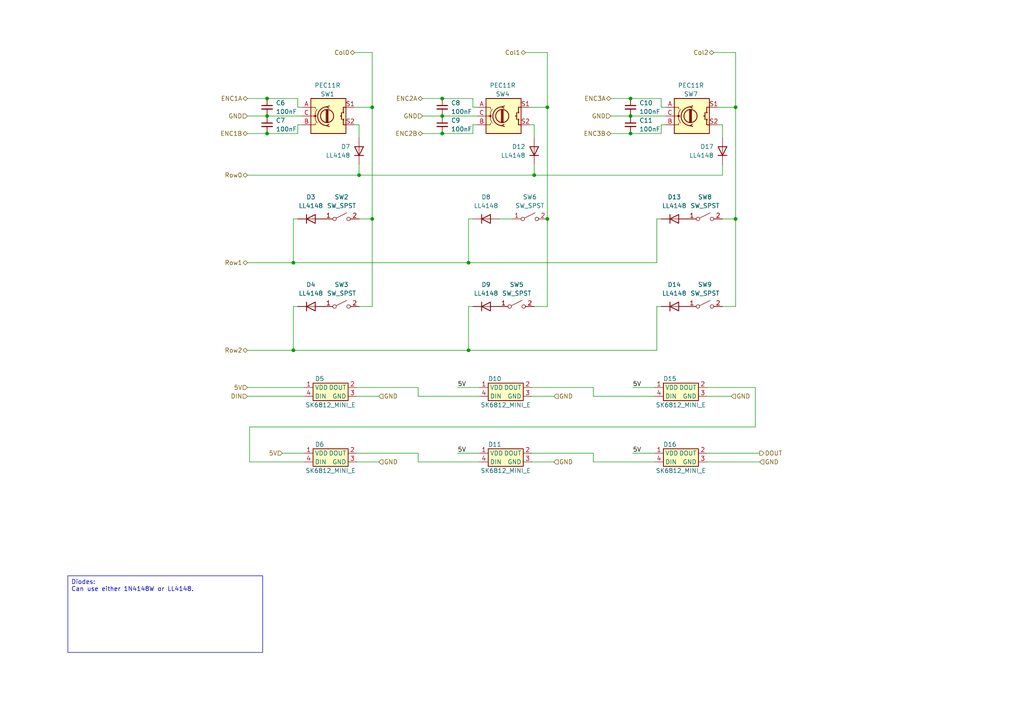
<source format=kicad_sch>
(kicad_sch (version 20231120) (generator "eeschema") (generator_version "8.0")
  (paper "A4")
  (title_block (title "Mad 2040") (date "2023-10-25") (rev "A") (company "MadMan"))
  (lib_symbols
    (symbol "Device:C_Small" (pin_numbers hide) (pin_names (offset 0.254) hide)
      (property "Reference" "C" (at 0.254 1.778 0))
      (property "Value" "C_Small" (at 0.254 -2.032 0))
      (symbol "C_Small_0_1"
        (polyline (pts (xy -1.524 -0.508) (xy 1.524 -0.508)) (stroke (width 0.3302)))
        (polyline (pts (xy -1.524 0.508) (xy 1.524 0.508)) (stroke (width 0.3048)))
      )
      (symbol "C_Small_1_1"
        (pin passive line (at 0 2.54 270) (length 2.032) (name "~") (number "1"))
        (pin passive line (at 0 -2.54 90) (length 2.032) (name "~") (number "2"))
      )
    )
    (symbol "Device:RotaryEncoder_Switch" (pin_names (offset 0.254) hide)
      (property "Reference" "SW" (at 0 6.604 0))
      (property "Value" "RotaryEncoder_Switch" (at 0 -6.604 0))
      (symbol "RotaryEncoder_Switch_0_1"
        (rectangle (start -5.08 5.08) (end 5.08 -5.08) (stroke (width 0.254)) (fill (type background)))
        (circle (center -3.81 0) (radius 0.254) (fill (type outline)))
        (circle (center -0.381 0) (radius 1.905) (stroke (width 0.254)))
        (arc (start -0.381 2.667) (mid -3.0988 -0.0635) (end -0.381 -2.794) (stroke (width 0.254)))
        (polyline (pts (xy -0.635 -1.778) (xy -0.635 1.778)) (stroke (width 0.254)))
        (polyline (pts (xy -0.381 -1.778) (xy -0.381 1.778)) (stroke (width 0.254)))
        (polyline (pts (xy -0.127 1.778) (xy -0.127 -1.778)) (stroke (width 0.254)))
        (polyline (pts (xy 3.81 0) (xy 3.429 0)) (stroke (width 0.254)))
        (polyline (pts (xy 3.81 1.016) (xy 3.81 -1.016)) (stroke (width 0.254)))
        (polyline (pts (xy -5.08 -2.54) (xy -3.81 -2.54) (xy -3.81 -2.032)))
        (polyline (pts (xy -5.08 2.54) (xy -3.81 2.54) (xy -3.81 2.032)))
        (polyline (pts (xy 0.254 -3.048) (xy -0.508 -2.794) (xy 0.127 -2.413)) (stroke (width 0.254)))
        (polyline (pts (xy 0.254 2.921) (xy -0.508 2.667) (xy 0.127 2.286)) (stroke (width 0.254)))
        (polyline (pts (xy 5.08 -2.54) (xy 4.318 -2.54) (xy 4.318 -1.016)) (stroke (width 0.254)))
        (polyline (pts (xy 5.08 2.54) (xy 4.318 2.54) (xy 4.318 1.016)) (stroke (width 0.254)))
        (polyline (pts (xy -5.08 0) (xy -3.81 0) (xy -3.81 -1.016) (xy -3.302 -2.032)))
        (polyline (pts (xy -4.318 0) (xy -3.81 0) (xy -3.81 1.016) (xy -3.302 2.032)))
        (circle (center 4.318 -1.016) (radius 0.127) (stroke (width 0.254)))
        (circle (center 4.318 1.016) (radius 0.127) (stroke (width 0.254)))
      )
      (symbol "RotaryEncoder_Switch_1_1"
        (pin passive line (at -7.62 2.54 0) (length 2.54) (name "A") (number "A"))
        (pin passive line (at -7.62 -2.54 0) (length 2.54) (name "B") (number "B"))
        (pin passive line (at -7.62 0 0) (length 2.54) (name "C") (number "C"))
        (pin passive line (at 7.62 2.54 180) (length 2.54) (name "S1") (number "S1"))
        (pin passive line (at 7.62 -2.54 180) (length 2.54) (name "S2") (number "S2"))
      )
    )
    (symbol "Diode:LL4148" (pin_numbers hide) (pin_names hide)
      (property "Reference" "D" (at 0 2.54 0))
      (property "Value" "LL4148" (at 0 -2.54 0))
      (symbol "LL4148_0_1"
        (polyline (pts (xy -1.27 1.27) (xy -1.27 -1.27)) (stroke (width 0.254)))
        (polyline (pts (xy 1.27 0) (xy -1.27 0)))
        (polyline (pts (xy 1.27 1.27) (xy 1.27 -1.27) (xy -1.27 0) (xy 1.27 1.27)) (stroke (width 0.254)))
      )
      (symbol "LL4148_1_1"
        (pin passive line (at -3.81 0 0) (length 2.54) (name "K") (number "1"))
        (pin passive line (at 3.81 0 180) (length 2.54) (name "A") (number "2"))
      )
    )
    (symbol "Mad_Symbols:SK6812_Mini_E"
      (property "Reference" "D" (at -4.572 3.81 0))
      (symbol "SK6812_Mini_E_0_1"
        (rectangle (start -5.08 2.54) (end 5.08 -2.54) (stroke (width 0.254)) (fill (type background)))
      )
      (symbol "SK6812_Mini_E_1_1"
        (pin power_in line (at -7.62 1.27 0) (length 2.54) (name "VDD") (number "1"))
        (pin passive line (at 7.62 1.27 180) (length 2.54) (name "DOUT") (number "2"))
        (pin power_in line (at 7.62 -1.27 180) (length 2.54) (name "GND") (number "3"))
        (pin passive line (at -7.62 -1.27 0) (length 2.54) (name "DIN") (number "4"))
      )
    )
    (symbol "Switch:SW_SPST" (pin_names (offset 0) hide)
      (property "Reference" "SW" (at 0 3.175 0))
      (property "Value" "SW_SPST" (at 0 -2.54 0))
      (symbol "SW_SPST_0_0"
        (circle (center -2.032 0) (radius 0.508))
        (polyline (pts (xy -1.524 0.254) (xy 1.524 1.778)))
        (circle (center 2.032 0) (radius 0.508))
      )
      (symbol "SW_SPST_1_1"
        (pin passive line (at -5.08 0 0) (length 2.54) (name "A") (number "1"))
        (pin passive line (at 5.08 0 180) (length 2.54) (name "B") (number "2"))
      )
    )
  )
  (junction (at 107.95 31.115))
  (junction (at 77.47 38.735))
  (junction (at 128.27 28.575))
  (junction (at 154.94 50.8))
  (junction (at 182.88 38.735))
  (junction (at 213.36 63.5))
  (junction (at 182.88 33.655))
  (junction (at 128.27 38.735))
  (junction (at 85.09 76.2))
  (junction (at 104.14 50.8))
  (junction (at 85.09 101.6))
  (junction (at 213.36 31.115))
  (junction (at 135.89 101.6))
  (junction (at 107.95 63.5))
  (junction (at 135.89 76.2))
  (junction (at 182.88 28.575))
  (junction (at 128.27 33.655))
  (junction (at 158.75 31.115))
  (junction (at 158.75 63.5))
  (junction (at 77.47 33.655))
  (junction (at 77.47 28.575))
  (wire (pts (xy 86.36 31.115) (xy 87.63 31.115)))
  (wire (pts (xy 121.285 131.445) (xy 121.285 133.985)))
  (wire (pts (xy 205.105 112.395) (xy 219.075 112.395)))
  (wire (pts (xy 219.075 112.395) (xy 219.075 123.825)))
  (wire (pts (xy 72.39 123.825) (xy 72.39 133.985)))
  (wire (pts (xy 77.47 38.735) (xy 86.36 38.735)))
  (wire (pts (xy 86.36 28.575) (xy 86.36 31.115)))
  (wire (pts (xy 71.755 50.8) (xy 104.14 50.8)))
  (wire (pts (xy 154.94 50.8) (xy 209.55 50.8)))
  (wire (pts (xy 209.55 36.195) (xy 209.55 40.005)))
  (wire (pts (xy 135.89 76.2) (xy 190.5 76.2)))
  (wire (pts (xy 81.915 131.445) (xy 88.265 131.445)))
  (wire (pts (xy 213.36 15.24) (xy 213.36 31.115)))
  (wire (pts (xy 107.95 31.115) (xy 107.95 63.5)))
  (wire (pts (xy 77.47 28.575) (xy 86.36 28.575)))
  (wire (pts (xy 135.89 88.9) (xy 135.89 101.6)))
  (wire (pts (xy 135.89 63.5) (xy 135.89 76.2)))
  (wire (pts (xy 209.55 47.625) (xy 209.55 50.8)))
  (wire (pts (xy 213.36 88.9) (xy 209.55 88.9)))
  (wire (pts (xy 137.16 28.575) (xy 137.16 31.115)))
  (wire (pts (xy 154.94 36.195) (xy 154.94 40.005)))
  (wire (pts (xy 172.085 133.985) (xy 189.865 133.985)))
  (wire (pts (xy 191.77 36.195) (xy 193.04 36.195)))
  (wire (pts (xy 152.4 15.24) (xy 158.75 15.24)))
  (wire (pts (xy 107.95 63.5) (xy 107.95 88.9)))
  (wire (pts (xy 86.36 36.195) (xy 87.63 36.195)))
  (wire (pts (xy 102.87 31.115) (xy 107.95 31.115)))
  (wire (pts (xy 85.09 88.9) (xy 85.09 101.6)))
  (wire (pts (xy 135.89 63.5) (xy 137.16 63.5)))
  (wire (pts (xy 71.755 33.655) (xy 77.47 33.655)))
  (wire (pts (xy 153.67 36.195) (xy 154.94 36.195)))
  (wire (pts (xy 122.555 33.655) (xy 128.27 33.655)))
  (wire (pts (xy 128.27 33.655) (xy 138.43 33.655)))
  (wire (pts (xy 107.95 15.24) (xy 107.95 31.115)))
  (wire (pts (xy 77.47 33.655) (xy 87.63 33.655)))
  (wire (pts (xy 191.77 28.575) (xy 191.77 31.115)))
  (wire (pts (xy 137.16 38.735) (xy 137.16 36.195)))
  (wire (pts (xy 191.77 31.115) (xy 193.04 31.115)))
  (wire (pts (xy 158.75 63.5) (xy 158.75 88.9)))
  (wire (pts (xy 122.555 38.735) (xy 128.27 38.735)))
  (wire (pts (xy 85.09 76.2) (xy 135.89 76.2)))
  (wire (pts (xy 177.165 28.575) (xy 182.88 28.575)))
  (wire (pts (xy 172.085 112.395) (xy 172.085 114.935)))
  (wire (pts (xy 213.36 63.5) (xy 209.55 63.5)))
  (wire (pts (xy 154.305 131.445) (xy 172.085 131.445)))
  (wire (pts (xy 153.67 31.115) (xy 158.75 31.115)))
  (wire (pts (xy 104.14 36.195) (xy 104.14 40.005)))
  (wire (pts (xy 128.27 28.575) (xy 137.16 28.575)))
  (wire (pts (xy 177.165 38.735) (xy 182.88 38.735)))
  (wire (pts (xy 183.515 112.395) (xy 189.865 112.395)))
  (wire (pts (xy 191.77 38.735) (xy 191.77 36.195)))
  (wire (pts (xy 85.09 101.6) (xy 135.89 101.6)))
  (wire (pts (xy 154.305 114.935) (xy 160.655 114.935)))
  (wire (pts (xy 122.555 28.575) (xy 128.27 28.575)))
  (wire (pts (xy 213.36 63.5) (xy 213.36 88.9)))
  (wire (pts (xy 154.305 112.395) (xy 172.085 112.395)))
  (wire (pts (xy 85.09 63.5) (xy 85.09 76.2)))
  (wire (pts (xy 72.39 133.985) (xy 88.265 133.985)))
  (wire (pts (xy 107.95 15.24) (xy 102.87 15.24)))
  (wire (pts (xy 190.5 63.5) (xy 190.5 76.2)))
  (wire (pts (xy 132.715 131.445) (xy 139.065 131.445)))
  (wire (pts (xy 85.09 101.6) (xy 71.755 101.6)))
  (wire (pts (xy 71.755 114.935) (xy 88.265 114.935)))
  (wire (pts (xy 104.14 47.625) (xy 104.14 50.8)))
  (wire (pts (xy 182.88 28.575) (xy 191.77 28.575)))
  (wire (pts (xy 190.5 63.5) (xy 191.77 63.5)))
  (wire (pts (xy 85.09 63.5) (xy 86.36 63.5)))
  (wire (pts (xy 183.515 131.445) (xy 189.865 131.445)))
  (wire (pts (xy 128.27 38.735) (xy 137.16 38.735)))
  (wire (pts (xy 107.95 63.5) (xy 104.14 63.5)))
  (wire (pts (xy 71.755 38.735) (xy 77.47 38.735)))
  (wire (pts (xy 182.88 33.655) (xy 193.04 33.655)))
  (wire (pts (xy 71.755 112.395) (xy 88.265 112.395)))
  (wire (pts (xy 103.505 131.445) (xy 121.285 131.445)))
  (wire (pts (xy 190.5 101.6) (xy 135.89 101.6)))
  (wire (pts (xy 103.505 133.985) (xy 109.855 133.985)))
  (wire (pts (xy 103.505 114.935) (xy 109.855 114.935)))
  (wire (pts (xy 190.5 88.9) (xy 191.77 88.9)))
  (wire (pts (xy 85.09 76.2) (xy 71.755 76.2)))
  (wire (pts (xy 182.88 38.735) (xy 191.77 38.735)))
  (wire (pts (xy 154.305 133.985) (xy 160.655 133.985)))
  (wire (pts (xy 121.285 112.395) (xy 121.285 114.935)))
  (wire (pts (xy 158.75 31.115) (xy 158.75 63.5)))
  (wire (pts (xy 86.36 38.735) (xy 86.36 36.195)))
  (wire (pts (xy 177.165 33.655) (xy 182.88 33.655)))
  (wire (pts (xy 137.16 31.115) (xy 138.43 31.115)))
  (wire (pts (xy 208.28 31.115) (xy 213.36 31.115)))
  (wire (pts (xy 137.16 36.195) (xy 138.43 36.195)))
  (wire (pts (xy 102.87 36.195) (xy 104.14 36.195)))
  (wire (pts (xy 154.94 47.625) (xy 154.94 50.8)))
  (wire (pts (xy 104.14 50.8) (xy 154.94 50.8)))
  (wire (pts (xy 172.085 114.935) (xy 189.865 114.935)))
  (wire (pts (xy 213.36 31.115) (xy 213.36 63.5)))
  (wire (pts (xy 158.75 15.24) (xy 158.75 31.115)))
  (wire (pts (xy 190.5 88.9) (xy 190.5 101.6)))
  (wire (pts (xy 208.28 36.195) (xy 209.55 36.195)))
  (wire (pts (xy 148.59 63.5) (xy 144.78 63.5)))
  (wire (pts (xy 207.01 15.24) (xy 213.36 15.24)))
  (wire (pts (xy 85.09 88.9) (xy 86.36 88.9)))
  (wire (pts (xy 107.95 88.9) (xy 104.14 88.9)))
  (wire (pts (xy 135.89 88.9) (xy 137.16 88.9)))
  (wire (pts (xy 205.105 131.445) (xy 220.345 131.445)))
  (wire (pts (xy 132.715 112.395) (xy 139.065 112.395)))
  (wire (pts (xy 121.285 114.935) (xy 139.065 114.935)))
  (wire (pts (xy 219.075 123.825) (xy 72.39 123.825)))
  (wire (pts (xy 71.755 28.575) (xy 77.47 28.575)))
  (wire (pts (xy 172.085 131.445) (xy 172.085 133.985)))
  (wire (pts (xy 103.505 112.395) (xy 121.285 112.395)))
  (wire (pts (xy 121.285 133.985) (xy 139.065 133.985)))
  (wire (pts (xy 205.105 133.985) (xy 220.345 133.985)))
  (wire (pts (xy 205.105 114.935) (xy 212.09 114.935)))
  (wire (pts (xy 158.75 88.9) (xy 154.94 88.9)))
  (text_box "Diodes:\nCan use either 1N4148W or LL4148." (at 19.685 167.005 0) (size 56.515 22.225) (effects (font (size 1.27 1.27)) (justify left top)))
  (label "5V" (at 183.515 131.445 0))
  (label "5V" (at 183.515 112.395 0))
  (label "5V" (at 132.715 112.395 0))
  (label "5V" (at 132.715 131.445 0))
  (hierarchical_label "ENC3B" (shape bidirectional) (at 177.165 38.735 180))
  (hierarchical_label "Row2" (shape bidirectional) (at 71.755 101.6 180))
  (hierarchical_label "GND" (shape input) (at 212.09 114.935 0))
  (hierarchical_label "DIN" (shape input) (at 71.755 114.935 180))
  (hierarchical_label "GND" (shape input) (at 220.345 133.985 0))
  (hierarchical_label "ENC2B" (shape bidirectional) (at 122.555 38.735 180))
  (hierarchical_label "Col1" (shape bidirectional) (at 152.4 15.24 180))
  (hierarchical_label "GND" (shape input) (at 71.755 33.655 180))
  (hierarchical_label "ENC1B" (shape bidirectional) (at 71.755 38.735 180))
  (hierarchical_label "GND" (shape input) (at 177.165 33.655 180))
  (hierarchical_label "ENC2A" (shape bidirectional) (at 122.555 28.575 180))
  (hierarchical_label "GND" (shape input) (at 160.655 133.985 0))
  (hierarchical_label "GND" (shape input) (at 109.855 133.985 0))
  (hierarchical_label "Row1" (shape bidirectional) (at 71.755 76.2 180))
  (hierarchical_label "Col0" (shape bidirectional) (at 102.87 15.24 180))
  (hierarchical_label "ENC3A" (shape bidirectional) (at 177.165 28.575 180))
  (hierarchical_label "GND" (shape input) (at 160.655 114.935 0))
  (hierarchical_label "5V" (shape input) (at 81.915 131.445 180))
  (hierarchical_label "DOUT" (shape output) (at 220.345 131.445 0))
  (hierarchical_label "GND" (shape input) (at 122.555 33.655 180))
  (hierarchical_label "5V" (shape input) (at 71.755 112.395 180))
  (hierarchical_label "ENC1A" (shape bidirectional) (at 71.755 28.575 180))
  (hierarchical_label "Row0" (shape bidirectional) (at 71.755 50.8 180))
  (hierarchical_label "Col2" (shape bidirectional) (at 207.01 15.24 180))
  (hierarchical_label "GND" (shape input) (at 109.855 114.935 0))
  (symbol (lib_id "Mad_Symbols:SK6812_Mini_E") (at 95.885 113.665 0) (unit 1)
    (property "Reference" "D5" (at 92.71 109.855 0))
    (property "Value" "SK6812_MINI_E" (at 95.885 117.475 0))
    (property "Footprint" "Mad_Footprints:SK6812_mini_e" (effects (hide yes)))
    (property "Datasheet" "https://cdn-shop.adafruit.com/product-files/4960/4960_SK6812MINI-E_REV02_EN.pdf" (effects (hide yes)))
    (property "Description" "SMD RGB LEDs(Built-in IC) ROHS" (effects (hide yes)))
    (property "LCSC" "C965556" (effects (hide yes)))
    (property "MPN " "SK6812_MINI_E" (effects (hide yes)))
    (property "Manufacturer" "Worldsemi " (effects (hide yes)))
    (property "JLC Basic" "N" (effects (hide yes)))
    (property "Substitute" "N" (effects (hide yes)))
    (property "Price" "$0.44" (effects (hide yes)))
    (property "Rating" " 3.7...5.3V" (effects (hide yes)))
    (property "Supplier" "LCSC" (effects (hide yes)))
    (property "Supplier PN" "C5149201 " (effects (hide yes)))
    (property "MPN" "SK6812MINI-E" (effects (hide yes)))
  )
  (symbol (lib_id "Device:C_Small") (at 77.47 31.115 0) (unit 1)
    (property "Reference" "C6" (at 80.01 29.8512 0) (effects (justify left)))
    (property "Value" "100nF" (at 80.01 32.3912 0) (effects (justify left)))
    (property "Footprint" "Capacitor_SMD:C_0402_1005Metric" (effects (hide yes)))
    (property "Datasheet" "https://www.yageo.com/upload/media/product/productsearch/datasheet/mlcc/UPY-GPHC_X7R_6.3V-to-250V_24.pdf" (effects (hide yes)))
    (property "Description" "0.1 µF ±10% 25V Ceramic Capacitor X7R 0402 (1005 Metric)" (effects (hide yes)))
    (property "Price" "$0.17" (effects (hide yes)))
    (property "Rating" "CAP 0402 50V 100 NF X7R" (effects (hide yes)))
    (property "Supplier" "Digikey" (effects (hide yes)))
    (property "Supplier PN" "13-CC0402KPX7R9BB104CT-ND" (effects (hide yes)))
    (property "Manufacturer" "YAGEO" (effects (hide yes)))
    (property "MPN" "CC0402KPX7R9BB104" (effects (hide yes)))
  )
  (symbol (lib_id "Diode:LL4148") (at 90.17 63.5 0) (unit 1)
    (property "Reference" "D3" (at 90.17 57.15 0))
    (property "Value" "LL4148" (at 90.17 59.69 0))
    (property "Footprint" "Diode_SMD:D_MiniMELF" (effects (hide yes)))
    (property "Datasheet" "http://www.vishay.com/docs/85557/ll4148.pdf" (effects (hide yes)))
    (property "Description" "Diode 100 V 200mA Surface Mount SOD-80" (effects (hide yes)))
    (property "Price" "$0.18 " (effects (hide yes)))
    (property "Rating" "DIODE GEN PURP 100V 200MA SOD80" (effects (hide yes)))
    (property "Supplier" "Digikey" (effects (hide yes)))
    (property "Supplier PN" "LL4148FSCT-ND" (effects (hide yes)))
    (property "Manufacturer" "onsemi" (effects (hide yes)))
    (property "MPN" "LL4148" (effects (hide yes)))
  )
  (symbol (lib_id "Switch:SW_SPST") (at 149.86 88.9 0) (unit 1)
    (property "Reference" "SW5" (at 149.86 82.55 0))
    (property "Value" "SW_SPST" (at 149.86 85.09 0))
    (property "Footprint" "Mad_Footprints:SW_Hotswap_Kailh_MX_1.00u" (effects (hide yes)))
    (property "Datasheet" "https://mm.digikey.com/Volume0/opasdata/d220001/medias/docus/5062/4958_Web.pdf" (effects (hide yes)))
    (property "Description" "Switch Socket" (effects (hide yes)))
    (property "MPN" "4958" (effects (hide yes)))
    (property "Manufacturer" "Adafruit Industries LLC" (effects (hide yes)))
    (property "Price" "$0.394" (effects (hide yes)))
    (property "Rating" "KAILH SW SKTS FOR MX-COMP 1=20PC" (effects (hide yes)))
    (property "Supplier" "Digikey" (effects (hide yes)))
    (property "Supplier PN" "1528-4958-ND" (effects (hide yes)))
  )
  (symbol (lib_id "Diode:LL4148") (at 90.17 88.9 0) (unit 1)
    (property "Reference" "D4" (at 90.17 82.55 0))
    (property "Value" "LL4148" (at 90.17 85.09 0))
    (property "Footprint" "Diode_SMD:D_MiniMELF" (effects (hide yes)))
    (property "Datasheet" "http://www.vishay.com/docs/85557/ll4148.pdf" (effects (hide yes)))
    (property "Description" "Diode 100 V 200mA Surface Mount SOD-80" (effects (hide yes)))
    (property "Price" "$0.18 " (effects (hide yes)))
    (property "Rating" "DIODE GEN PURP 100V 200MA SOD80" (effects (hide yes)))
    (property "Supplier" "Digikey" (effects (hide yes)))
    (property "Supplier PN" "LL4148FSCT-ND" (effects (hide yes)))
    (property "Manufacturer" "onsemi" (effects (hide yes)))
    (property "MPN" "LL4148" (effects (hide yes)))
  )
  (symbol (lib_id "Device:C_Small") (at 128.27 36.195 0) (unit 1)
    (property "Reference" "C9" (at 130.81 34.9312 0) (effects (justify left)))
    (property "Value" "100nF" (at 130.81 37.4712 0) (effects (justify left)))
    (property "Footprint" "Capacitor_SMD:C_0402_1005Metric" (effects (hide yes)))
    (property "Datasheet" "https://www.yageo.com/upload/media/product/productsearch/datasheet/mlcc/UPY-GPHC_X7R_6.3V-to-250V_24.pdf" (effects (hide yes)))
    (property "Description" "0.1 µF ±10% 25V Ceramic Capacitor X7R 0402 (1005 Metric)" (effects (hide yes)))
    (property "Price" "$0.17" (effects (hide yes)))
    (property "Rating" "CAP 0402 50V 100 NF X7R" (effects (hide yes)))
    (property "Supplier" "Digikey" (effects (hide yes)))
    (property "Supplier PN" "13-CC0402KPX7R9BB104CT-ND" (effects (hide yes)))
    (property "Manufacturer" "YAGEO" (effects (hide yes)))
    (property "MPN" "CC0402KPX7R9BB104" (effects (hide yes)))
  )
  (symbol (lib_id "Device:RotaryEncoder_Switch") (at 95.25 33.655 0) (unit 1)
    (property "Reference" "SW1" (at 94.996 27.305 0))
    (property "Value" "PEC11R" (at 94.996 24.765 0))
    (property "Footprint" "Mad_Footprints:RotaryEncoder_Bourns_Vertical_PEC12R-3x17F-Sxxxx" (effects (hide yes)))
    (property "Datasheet" "https://www.bourns.com/docs/Product-Datasheets/PEC11R.pdf" (effects (hide yes)))
    (property "Description" "Rotary Encoder Mechanical 24 Quadrature (Incremental) Vertical" (effects (hide yes)))
    (property "Price" "$3.37 " (effects (hide yes)))
    (property "Rating" "ROTARY ENCODER MECHANICAL 24PPR" (effects (hide yes)))
    (property "Supplier" "Digikey" (effects (hide yes)))
    (property "Supplier PN" "PEC11R-4215F-S0024-ND" (effects (hide yes)))
    (property "Manufacturer" "Bourns Inc." (effects (hide yes)))
    (property "MPN" "PEC11R-4215F-S0024" (effects (hide yes)))
  )
  (symbol (lib_id "Switch:SW_SPST") (at 99.06 63.5 0) (unit 1)
    (property "Reference" "SW2" (at 99.06 57.15 0))
    (property "Value" "SW_SPST" (at 99.06 59.69 0))
    (property "Footprint" "Mad_Footprints:SW_Hotswap_Kailh_MX_1.00u" (effects (hide yes)))
    (property "Datasheet" "https://mm.digikey.com/Volume0/opasdata/d220001/medias/docus/5062/4958_Web.pdf" (effects (hide yes)))
    (property "Description" "Switch Socket" (effects (hide yes)))
    (property "MPN" "4958" (effects (hide yes)))
    (property "Manufacturer" "Adafruit Industries LLC" (effects (hide yes)))
    (property "Price" "$0.394" (effects (hide yes)))
    (property "Rating" "KAILH SW SKTS FOR MX-COMP 1=20PC" (effects (hide yes)))
    (property "Supplier" "Digikey" (effects (hide yes)))
    (property "Supplier PN" "1528-4958-ND" (effects (hide yes)))
  )
  (symbol (lib_id "Switch:SW_SPST") (at 204.47 63.5 0) (unit 1)
    (property "Reference" "SW8" (at 204.47 57.15 0))
    (property "Value" "SW_SPST" (at 204.47 59.69 0))
    (property "Footprint" "Mad_Footprints:SW_Hotswap_Kailh_MX_1.00u" (effects (hide yes)))
    (property "Datasheet" "https://mm.digikey.com/Volume0/opasdata/d220001/medias/docus/5062/4958_Web.pdf" (effects (hide yes)))
    (property "Description" "Switch Socket" (effects (hide yes)))
    (property "MPN" "4958" (effects (hide yes)))
    (property "Manufacturer" "Adafruit Industries LLC" (effects (hide yes)))
    (property "Price" "$0.394" (effects (hide yes)))
    (property "Rating" "KAILH SW SKTS FOR MX-COMP 1=20PC" (effects (hide yes)))
    (property "Supplier" "Digikey" (effects (hide yes)))
    (property "Supplier PN" "1528-4958-ND" (effects (hide yes)))
  )
  (symbol (lib_id "Diode:LL4148") (at 195.58 88.9 0) (unit 1)
    (property "Reference" "D14" (at 195.58 82.55 0))
    (property "Value" "LL4148" (at 195.58 85.09 0))
    (property "Footprint" "Diode_SMD:D_MiniMELF" (effects (hide yes)))
    (property "Datasheet" "http://www.vishay.com/docs/85557/ll4148.pdf" (effects (hide yes)))
    (property "Description" "Diode 100 V 200mA Surface Mount SOD-80" (effects (hide yes)))
    (property "Price" "$0.18 " (effects (hide yes)))
    (property "Rating" "DIODE GEN PURP 100V 200MA SOD80" (effects (hide yes)))
    (property "Supplier" "Digikey" (effects (hide yes)))
    (property "Supplier PN" "LL4148FSCT-ND" (effects (hide yes)))
    (property "Manufacturer" "onsemi" (effects (hide yes)))
    (property "MPN" "LL4148" (effects (hide yes)))
  )
  (symbol (lib_id "Mad_Symbols:SK6812_Mini_E") (at 197.485 132.715 0) (unit 1)
    (property "Reference" "D16" (at 194.31 128.905 0))
    (property "Value" "SK6812_MINI_E" (at 197.485 136.525 0))
    (property "Footprint" "Mad_Footprints:SK6812_mini_e" (effects (hide yes)))
    (property "Datasheet" "https://cdn-shop.adafruit.com/product-files/4960/4960_SK6812MINI-E_REV02_EN.pdf" (effects (hide yes)))
    (property "Description" "SMD RGB LEDs(Built-in IC) ROHS" (effects (hide yes)))
    (property "LCSC" "C965556" (effects (hide yes)))
    (property "MPN " "WS2812C-2020" (effects (hide yes)))
    (property "Manufacturer" "Worldsemi " (effects (hide yes)))
    (property "JLC Basic" "N" (effects (hide yes)))
    (property "Substitute" "N" (effects (hide yes)))
    (property "Price" "$0.44" (effects (hide yes)))
    (property "Rating" " 3.7...5.3V" (effects (hide yes)))
    (property "Supplier" "LCSC" (effects (hide yes)))
    (property "Supplier PN" "C5149201 " (effects (hide yes)))
    (property "MPN" "SK6812MINI-E" (effects (hide yes)))
  )
  (symbol (lib_id "Mad_Symbols:SK6812_Mini_E") (at 146.685 113.665 0) (unit 1)
    (property "Reference" "D10" (at 143.51 109.855 0))
    (property "Value" "SK6812_MINI_E" (at 146.685 117.475 0))
    (property "Footprint" "Mad_Footprints:SK6812_mini_e" (effects (hide yes)))
    (property "Datasheet" "https://cdn-shop.adafruit.com/product-files/4960/4960_SK6812MINI-E_REV02_EN.pdf" (effects (hide yes)))
    (property "Description" "SMD RGB LEDs(Built-in IC) ROHS" (effects (hide yes)))
    (property "LCSC" "C965556" (effects (hide yes)))
    (property "MPN " "WS2812C-2020" (effects (hide yes)))
    (property "Manufacturer" "Worldsemi " (effects (hide yes)))
    (property "JLC Basic" "N" (effects (hide yes)))
    (property "Substitute" "N" (effects (hide yes)))
    (property "Price" "$0.44" (effects (hide yes)))
    (property "Rating" " 3.7...5.3V" (effects (hide yes)))
    (property "Supplier" "LCSC" (effects (hide yes)))
    (property "Supplier PN" "C5149201 " (effects (hide yes)))
    (property "MPN" "SK6812MINI-E" (effects (hide yes)))
  )
  (symbol (lib_id "Mad_Symbols:SK6812_Mini_E") (at 146.685 132.715 0) (unit 1)
    (property "Reference" "D11" (at 143.51 128.905 0))
    (property "Value" "SK6812_MINI_E" (at 146.685 136.525 0))
    (property "Footprint" "Mad_Footprints:SK6812_mini_e" (effects (hide yes)))
    (property "Datasheet" "https://cdn-shop.adafruit.com/product-files/4960/4960_SK6812MINI-E_REV02_EN.pdf" (effects (hide yes)))
    (property "Description" "SMD RGB LEDs(Built-in IC) ROHS" (effects (hide yes)))
    (property "LCSC" "C965556" (effects (hide yes)))
    (property "MPN " "WS2812C-2020" (effects (hide yes)))
    (property "Manufacturer" "Worldsemi " (effects (hide yes)))
    (property "JLC Basic" "N" (effects (hide yes)))
    (property "Substitute" "N" (effects (hide yes)))
    (property "Price" "$0.44" (effects (hide yes)))
    (property "Rating" " 3.7...5.3V" (effects (hide yes)))
    (property "Supplier" "LCSC" (effects (hide yes)))
    (property "Supplier PN" "C5149201 " (effects (hide yes)))
    (property "MPN" "SK6812MINI-E" (effects (hide yes)))
  )
  (symbol (lib_id "Device:RotaryEncoder_Switch") (at 146.05 33.655 0) (unit 1)
    (property "Reference" "SW4" (at 145.796 27.305 0))
    (property "Value" "PEC11R" (at 145.796 24.765 0))
    (property "Footprint" "Mad_Footprints:RotaryEncoder_Bourns_Vertical_PEC12R-3x17F-Sxxxx" (effects (hide yes)))
    (property "Datasheet" "https://www.bourns.com/docs/Product-Datasheets/PEC11R.pdf" (effects (hide yes)))
    (property "Description" "Rotary Encoder Mechanical 24 Quadrature (Incremental) Vertical" (effects (hide yes)))
    (property "Price" "$3.37 " (effects (hide yes)))
    (property "Rating" "ROTARY ENCODER MECHANICAL 24PPR" (effects (hide yes)))
    (property "Supplier" "Digikey" (effects (hide yes)))
    (property "Supplier PN" "PEC11R-4215F-S0024-ND" (effects (hide yes)))
    (property "Manufacturer" "Bourns Inc." (effects (hide yes)))
    (property "MPN" "PEC11R-4215F-S0024" (effects (hide yes)))
  )
  (symbol (lib_id "Diode:LL4148") (at 104.14 43.815 270) (mirror x) (unit 1)
    (property "Reference" "D7" (at 101.6 42.5449 90) (effects (justify right)))
    (property "Value" "LL4148" (at 101.6 45.0849 90) (effects (justify right)))
    (property "Footprint" "Diode_SMD:D_MiniMELF" (effects (hide yes)))
    (property "Datasheet" "http://www.vishay.com/docs/85557/ll4148.pdf" (effects (hide yes)))
    (property "Description" "Diode 100 V 200mA Surface Mount SOD-80" (effects (hide yes)))
    (property "Rating" "DIODE GEN PURP 100V 200MA SOD80" (effects (hide yes)))
    (property "Price" "$0.18 " (effects (hide yes)))
    (property "MPN" "LL4148" (effects (hide yes)))
    (property "Manufacturer" "onsemi" (effects (hide yes)))
    (property "Supplier" "Digikey" (effects (hide yes)))
    (property "Supplier PN" "LL4148FSCT-ND" (effects (hide yes)))
  )
  (symbol (lib_id "Mad_Symbols:SK6812_Mini_E") (at 95.885 132.715 0) (unit 1)
    (property "Reference" "D6" (at 92.71 128.905 0))
    (property "Value" "SK6812_MINI_E" (at 95.885 136.525 0))
    (property "Footprint" "Mad_Footprints:SK6812_mini_e" (effects (hide yes)))
    (property "Datasheet" "https://cdn-shop.adafruit.com/product-files/4960/4960_SK6812MINI-E_REV02_EN.pdf" (effects (hide yes)))
    (property "Description" "SMD RGB LEDs(Built-in IC) ROHS" (effects (hide yes)))
    (property "LCSC" "C965556" (effects (hide yes)))
    (property "MPN " "WS2812C-2020" (effects (hide yes)))
    (property "Manufacturer" "Worldsemi " (effects (hide yes)))
    (property "JLC Basic" "N" (effects (hide yes)))
    (property "Substitute" "N" (effects (hide yes)))
    (property "Price" "$0.44" (effects (hide yes)))
    (property "Rating" " 3.7...5.3V" (effects (hide yes)))
    (property "Supplier" "LCSC" (effects (hide yes)))
    (property "Supplier PN" "C5149201 " (effects (hide yes)))
    (property "MPN" "SK6812MINI-E" (effects (hide yes)))
  )
  (symbol (lib_id "Device:C_Small") (at 77.47 36.195 0) (unit 1)
    (property "Reference" "C7" (at 80.01 34.9312 0) (effects (justify left)))
    (property "Value" "100nF" (at 80.01 37.4712 0) (effects (justify left)))
    (property "Footprint" "Capacitor_SMD:C_0402_1005Metric" (effects (hide yes)))
    (property "Datasheet" "https://www.yageo.com/upload/media/product/productsearch/datasheet/mlcc/UPY-GPHC_X7R_6.3V-to-250V_24.pdf" (effects (hide yes)))
    (property "Description" "0.1 µF ±10% 25V Ceramic Capacitor X7R 0402 (1005 Metric)" (effects (hide yes)))
    (property "Price" "$0.17" (effects (hide yes)))
    (property "Rating" "CAP 0402 50V 100 NF X7R" (effects (hide yes)))
    (property "Supplier" "Digikey" (effects (hide yes)))
    (property "Supplier PN" "13-CC0402KPX7R9BB104CT-ND" (effects (hide yes)))
    (property "Manufacturer" "YAGEO" (effects (hide yes)))
    (property "MPN" "CC0402KPX7R9BB104" (effects (hide yes)))
  )
  (symbol (lib_id "Diode:LL4148") (at 195.58 63.5 0) (unit 1)
    (property "Reference" "D13" (at 195.58 57.15 0))
    (property "Value" "LL4148" (at 195.58 59.69 0))
    (property "Footprint" "Diode_SMD:D_MiniMELF" (effects (hide yes)))
    (property "Datasheet" "http://www.vishay.com/docs/85557/ll4148.pdf" (effects (hide yes)))
    (property "Description" "Diode 100 V 200mA Surface Mount SOD-80" (effects (hide yes)))
    (property "Price" "$0.18 " (effects (hide yes)))
    (property "Rating" "DIODE GEN PURP 100V 200MA SOD80" (effects (hide yes)))
    (property "Supplier" "Digikey" (effects (hide yes)))
    (property "Supplier PN" "LL4148FSCT-ND" (effects (hide yes)))
    (property "Manufacturer" "onsemi" (effects (hide yes)))
    (property "MPN" "LL4148" (effects (hide yes)))
  )
  (symbol (lib_id "Diode:LL4148") (at 140.97 88.9 0) (unit 1)
    (property "Reference" "D9" (at 140.97 82.55 0))
    (property "Value" "LL4148" (at 140.97 85.09 0))
    (property "Footprint" "Diode_SMD:D_MiniMELF" (effects (hide yes)))
    (property "Datasheet" "http://www.vishay.com/docs/85557/ll4148.pdf" (effects (hide yes)))
    (property "Description" "Diode 100 V 200mA Surface Mount SOD-80" (effects (hide yes)))
    (property "Price" "$0.18 " (effects (hide yes)))
    (property "Rating" "DIODE GEN PURP 100V 200MA SOD80" (effects (hide yes)))
    (property "Supplier" "Digikey" (effects (hide yes)))
    (property "Supplier PN" "LL4148FSCT-ND" (effects (hide yes)))
    (property "Manufacturer" "onsemi" (effects (hide yes)))
    (property "MPN" "LL4148" (effects (hide yes)))
  )
  (symbol (lib_id "Switch:SW_SPST") (at 99.06 88.9 0) (unit 1)
    (property "Reference" "SW3" (at 99.06 82.55 0))
    (property "Value" "SW_SPST" (at 99.06 85.09 0))
    (property "Footprint" "Mad_Footprints:SW_Hotswap_Kailh_MX_1.00u" (effects (hide yes)))
    (property "Datasheet" "https://mm.digikey.com/Volume0/opasdata/d220001/medias/docus/5062/4958_Web.pdf" (effects (hide yes)))
    (property "Description" "Switch Socket" (effects (hide yes)))
    (property "MPN" "4958" (effects (hide yes)))
    (property "Manufacturer" "Adafruit Industries LLC" (effects (hide yes)))
    (property "Price" "$0.394" (effects (hide yes)))
    (property "Rating" "KAILH SW SKTS FOR MX-COMP 1=20PC" (effects (hide yes)))
    (property "Supplier" "Digikey" (effects (hide yes)))
    (property "Supplier PN" "1528-4958-ND" (effects (hide yes)))
  )
  (symbol (lib_id "Diode:LL4148") (at 154.94 43.815 270) (mirror x) (unit 1)
    (property "Reference" "D12" (at 152.4 42.5449 90) (effects (justify right)))
    (property "Value" "LL4148" (at 152.4 45.0849 90) (effects (justify right)))
    (property "Footprint" "Diode_SMD:D_MiniMELF" (effects (hide yes)))
    (property "Datasheet" "http://www.vishay.com/docs/85557/ll4148.pdf" (effects (hide yes)))
    (property "Description" "Diode 100 V 200mA Surface Mount SOD-80" (effects (hide yes)))
    (property "Rating" "DIODE GEN PURP 100V 200MA SOD80" (effects (hide yes)))
    (property "Price" "$0.18 " (effects (hide yes)))
    (property "MPN" "LL4148" (effects (hide yes)))
    (property "Manufacturer" "onsemi" (effects (hide yes)))
    (property "Supplier" "Digikey" (effects (hide yes)))
    (property "Supplier PN" "LL4148FSCT-ND" (effects (hide yes)))
  )
  (symbol (lib_id "Device:RotaryEncoder_Switch") (at 200.66 33.655 0) (unit 1)
    (property "Reference" "SW7" (at 200.406 27.305 0))
    (property "Value" "PEC11R" (at 200.406 24.765 0))
    (property "Footprint" "Mad_Footprints:RotaryEncoder_Bourns_Vertical_PEC12R-3x17F-Sxxxx" (effects (hide yes)))
    (property "Datasheet" "https://www.bourns.com/docs/Product-Datasheets/PEC11R.pdf" (effects (hide yes)))
    (property "Description" "Rotary Encoder Mechanical 24 Quadrature (Incremental) Vertical" (effects (hide yes)))
    (property "Price" "$3.37 " (effects (hide yes)))
    (property "Rating" "ROTARY ENCODER MECHANICAL 24PPR" (effects (hide yes)))
    (property "Supplier" "Digikey" (effects (hide yes)))
    (property "Supplier PN" "PEC11R-4215F-S0024-ND" (effects (hide yes)))
    (property "Manufacturer" "Bourns Inc." (effects (hide yes)))
    (property "MPN" "PEC11R-4215F-S0024" (effects (hide yes)))
  )
  (symbol (lib_id "Switch:SW_SPST") (at 204.47 88.9 0) (unit 1)
    (property "Reference" "SW9" (at 204.47 82.55 0))
    (property "Value" "SW_SPST" (at 204.47 85.09 0))
    (property "Footprint" "Mad_Footprints:SW_Hotswap_Kailh_MX_1.00u" (effects (hide yes)))
    (property "Datasheet" "https://mm.digikey.com/Volume0/opasdata/d220001/medias/docus/5062/4958_Web.pdf" (effects (hide yes)))
    (property "Description" "Switch Socket" (effects (hide yes)))
    (property "MPN" "4958" (effects (hide yes)))
    (property "Manufacturer" "Adafruit Industries LLC" (effects (hide yes)))
    (property "Price" "$0.394" (effects (hide yes)))
    (property "Rating" "KAILH SW SKTS FOR MX-COMP 1=20PC" (effects (hide yes)))
    (property "Supplier" "Digikey" (effects (hide yes)))
    (property "Supplier PN" "1528-4958-ND" (effects (hide yes)))
  )
  (symbol (lib_id "Device:C_Small") (at 128.27 31.115 0) (unit 1)
    (property "Reference" "C8" (at 130.81 29.8512 0) (effects (justify left)))
    (property "Value" "100nF" (at 130.81 32.3912 0) (effects (justify left)))
    (property "Footprint" "Capacitor_SMD:C_0402_1005Metric" (effects (hide yes)))
    (property "Datasheet" "https://www.yageo.com/upload/media/product/productsearch/datasheet/mlcc/UPY-GPHC_X7R_6.3V-to-250V_24.pdf" (effects (hide yes)))
    (property "Description" "0.1 µF ±10% 25V Ceramic Capacitor X7R 0402 (1005 Metric)" (effects (hide yes)))
    (property "Price" "$0.17" (effects (hide yes)))
    (property "Rating" "CAP 0402 50V 100 NF X7R" (effects (hide yes)))
    (property "Supplier" "Digikey" (effects (hide yes)))
    (property "Supplier PN" "13-CC0402KPX7R9BB104CT-ND" (effects (hide yes)))
    (property "Manufacturer" "YAGEO" (effects (hide yes)))
    (property "MPN" "CC0402KPX7R9BB104" (effects (hide yes)))
  )
  (symbol (lib_id "Device:C_Small") (at 182.88 36.195 0) (unit 1)
    (property "Reference" "C11" (at 185.42 34.9312 0) (effects (justify left)))
    (property "Value" "100nF" (at 185.42 37.4712 0) (effects (justify left)))
    (property "Footprint" "Capacitor_SMD:C_0402_1005Metric" (effects (hide yes)))
    (property "Datasheet" "https://www.yageo.com/upload/media/product/productsearch/datasheet/mlcc/UPY-GPHC_X7R_6.3V-to-250V_24.pdf" (effects (hide yes)))
    (property "Description" "0.1 µF ±10% 25V Ceramic Capacitor X7R 0402 (1005 Metric)" (effects (hide yes)))
    (property "Price" "$0.17" (effects (hide yes)))
    (property "Rating" "CAP 0402 50V 100 NF X7R" (effects (hide yes)))
    (property "Supplier" "Digikey" (effects (hide yes)))
    (property "Supplier PN" "13-CC0402KPX7R9BB104CT-ND" (effects (hide yes)))
    (property "Manufacturer" "YAGEO" (effects (hide yes)))
    (property "MPN" "CC0402KPX7R9BB104" (effects (hide yes)))
  )
  (symbol (lib_id "Mad_Symbols:SK6812_Mini_E") (at 197.485 113.665 0) (unit 1)
    (property "Reference" "D15" (at 194.31 109.855 0))
    (property "Value" "SK6812_MINI_E" (at 197.485 117.475 0))
    (property "Footprint" "Mad_Footprints:SK6812_mini_e" (effects (hide yes)))
    (property "Datasheet" "https://cdn-shop.adafruit.com/product-files/4960/4960_SK6812MINI-E_REV02_EN.pdf" (effects (hide yes)))
    (property "Description" "SMD RGB LEDs(Built-in IC) ROHS" (effects (hide yes)))
    (property "LCSC" "C965556" (effects (hide yes)))
    (property "MPN " "WS2812C-2020" (effects (hide yes)))
    (property "Manufacturer" "Worldsemi " (effects (hide yes)))
    (property "JLC Basic" "N" (effects (hide yes)))
    (property "Substitute" "N" (effects (hide yes)))
    (property "Price" "$0.44" (effects (hide yes)))
    (property "Rating" " 3.7...5.3V" (effects (hide yes)))
    (property "Supplier" "LCSC" (effects (hide yes)))
    (property "Supplier PN" "C5149201 " (effects (hide yes)))
    (property "MPN" "SK6812MINI-E" (effects (hide yes)))
  )
  (symbol (lib_id "Switch:SW_SPST") (at 153.67 63.5 0) (unit 1)
    (property "Reference" "SW6" (at 153.67 57.15 0))
    (property "Value" "SW_SPST" (at 153.67 59.69 0))
    (property "Footprint" "Mad_Footprints:SW_Hotswap_Kailh_MX_1.00u" (effects (hide yes)))
    (property "Datasheet" "https://mm.digikey.com/Volume0/opasdata/d220001/medias/docus/5062/4958_Web.pdf" (effects (hide yes)))
    (property "Description" "Switch Socket" (effects (hide yes)))
    (property "MPN" "4958" (effects (hide yes)))
    (property "Manufacturer" "Adafruit Industries LLC" (effects (hide yes)))
    (property "Price" "$0.394" (effects (hide yes)))
    (property "Rating" "KAILH SW SKTS FOR MX-COMP 1=20PC" (effects (hide yes)))
    (property "Supplier" "Digikey" (effects (hide yes)))
    (property "Supplier PN" "1528-4958-ND" (effects (hide yes)))
  )
  (symbol (lib_id "Diode:LL4148") (at 140.97 63.5 0) (unit 1)
    (property "Reference" "D8" (at 140.97 57.15 0))
    (property "Value" "LL4148" (at 140.97 59.69 0))
    (property "Footprint" "Diode_SMD:D_MiniMELF" (effects (hide yes)))
    (property "Datasheet" "http://www.vishay.com/docs/85557/ll4148.pdf" (effects (hide yes)))
    (property "Description" "Diode 100 V 200mA Surface Mount SOD-80" (effects (hide yes)))
    (property "Price" "$0.18 " (effects (hide yes)))
    (property "Rating" "DIODE GEN PURP 100V 200MA SOD80" (effects (hide yes)))
    (property "Supplier" "Digikey" (effects (hide yes)))
    (property "Supplier PN" "LL4148FSCT-ND" (effects (hide yes)))
    (property "Manufacturer" "onsemi" (effects (hide yes)))
    (property "MPN" "LL4148" (effects (hide yes)))
  )
  (symbol (lib_id "Device:C_Small") (at 182.88 31.115 0) (unit 1)
    (property "Reference" "C10" (at 185.42 29.8512 0) (effects (justify left)))
    (property "Value" "100nF" (at 185.42 32.3912 0) (effects (justify left)))
    (property "Footprint" "Capacitor_SMD:C_0402_1005Metric" (effects (hide yes)))
    (property "Datasheet" "https://www.yageo.com/upload/media/product/productsearch/datasheet/mlcc/UPY-GPHC_X7R_6.3V-to-250V_24.pdf" (effects (hide yes)))
    (property "Description" "0.1 µF ±10% 25V Ceramic Capacitor X7R 0402 (1005 Metric)" (effects (hide yes)))
    (property "Price" "$0.17" (effects (hide yes)))
    (property "Rating" "CAP 0402 50V 100 NF X7R" (effects (hide yes)))
    (property "Supplier" "Digikey" (effects (hide yes)))
    (property "Supplier PN" "13-CC0402KPX7R9BB104CT-ND" (effects (hide yes)))
    (property "Manufacturer" "YAGEO" (effects (hide yes)))
    (property "MPN" "CC0402KPX7R9BB104" (effects (hide yes)))
  )
  (symbol (lib_id "Diode:LL4148") (at 209.55 43.815 270) (mirror x) (unit 1)
    (property "Reference" "D17" (at 207.01 42.5449 90) (effects (justify right)))
    (property "Value" "LL4148" (at 207.01 45.0849 90) (effects (justify right)))
    (property "Footprint" "Diode_SMD:D_MiniMELF" (effects (hide yes)))
    (property "Datasheet" "http://www.vishay.com/docs/85557/ll4148.pdf" (effects (hide yes)))
    (property "Description" "Diode 100 V 200mA Surface Mount SOD-80" (effects (hide yes)))
    (property "Rating" "DIODE GEN PURP 100V 200MA SOD80" (effects (hide yes)))
    (property "Price" "$0.18 " (effects (hide yes)))
    (property "MPN" "LL4148" (effects (hide yes)))
    (property "Manufacturer" "onsemi" (effects (hide yes)))
    (property "Supplier" "Digikey" (effects (hide yes)))
    (property "Supplier PN" "LL4148FSCT-ND" (effects (hide yes)))
  )
)
</source>
